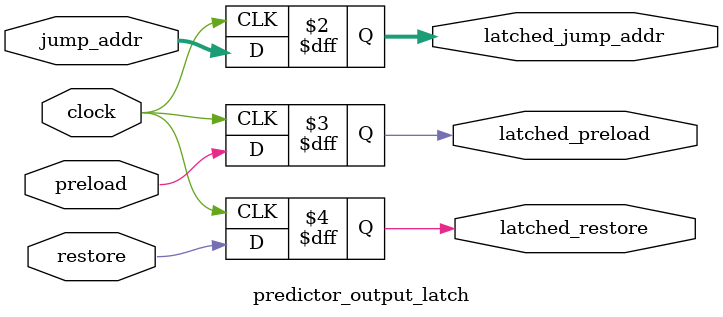
<source format=v>
module predictor_output_latch (	input [10:0]		jump_addr,
											input 				preload,
											input 				restore,
											input 				clock,
											output reg [10:0]	latched_jump_addr,
											output reg			latched_preload,
											output reg			latched_restore);
											
	always @ (posedge clock) begin
		latched_jump_addr <= jump_addr;
		latched_preload <= preload;
		latched_restore <= restore;
	end
	
endmodule
</source>
